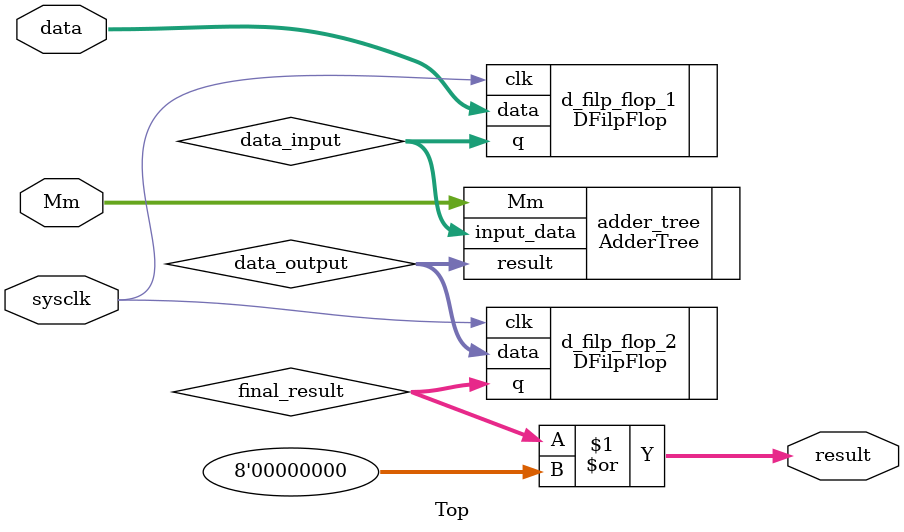
<source format=v>

`timescale 1ns/1ps
module Top (input sysclk,
            input [31:0] data,
            input [5:0] Mm,
            output [7:0] result
           );

    wire [31:0] data_input;
    wire [6:0] data_output;
    wire [6:0] final_result;
    assign result = final_result | 8'b0;

    DFilpFlop #(32) d_filp_flop_1(.clk(sysclk), .data(data), .q(data_input));
    AdderTree adder_tree(.input_data(data_input), .Mm(Mm), .result(data_output));
    DFilpFlop #(7) d_filp_flop_2(.clk(sysclk), .data(data_output), .q(final_result));

endmodule
</source>
